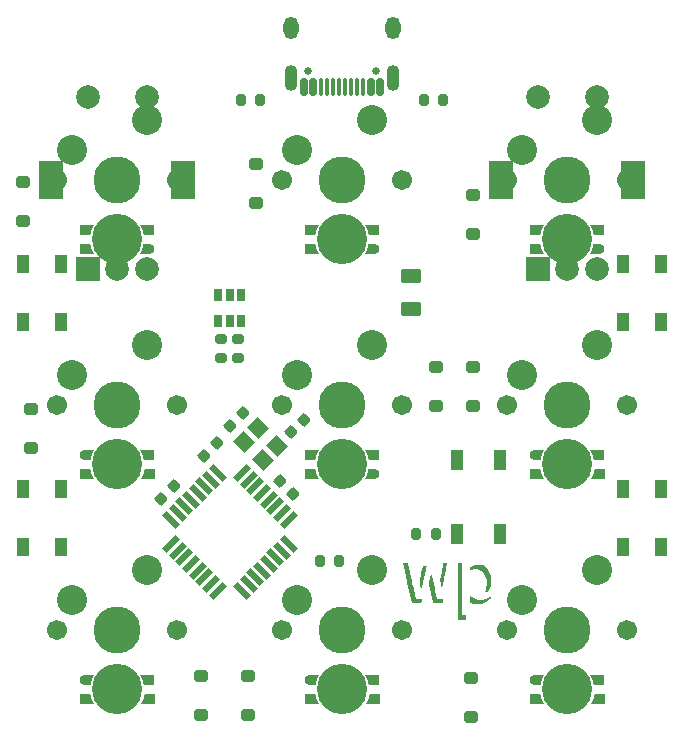
<source format=gbr>
%TF.GenerationSoftware,KiCad,Pcbnew,(5.99.0-11539-gc946070005)*%
%TF.CreationDate,2021-09-05T12:57:38-05:00*%
%TF.ProjectId,QS-09,51532d30-392e-46b6-9963-61645f706362,rev?*%
%TF.SameCoordinates,Original*%
%TF.FileFunction,Soldermask,Bot*%
%TF.FilePolarity,Negative*%
%FSLAX46Y46*%
G04 Gerber Fmt 4.6, Leading zero omitted, Abs format (unit mm)*
G04 Created by KiCad (PCBNEW (5.99.0-11539-gc946070005)) date 2021-09-05 12:57:38*
%MOMM*%
%LPD*%
G01*
G04 APERTURE LIST*
G04 Aperture macros list*
%AMRoundRect*
0 Rectangle with rounded corners*
0 $1 Rounding radius*
0 $2 $3 $4 $5 $6 $7 $8 $9 X,Y pos of 4 corners*
0 Add a 4 corners polygon primitive as box body*
4,1,4,$2,$3,$4,$5,$6,$7,$8,$9,$2,$3,0*
0 Add four circle primitives for the rounded corners*
1,1,$1+$1,$2,$3*
1,1,$1+$1,$4,$5*
1,1,$1+$1,$6,$7*
1,1,$1+$1,$8,$9*
0 Add four rect primitives between the rounded corners*
20,1,$1+$1,$2,$3,$4,$5,0*
20,1,$1+$1,$4,$5,$6,$7,0*
20,1,$1+$1,$6,$7,$8,$9,0*
20,1,$1+$1,$8,$9,$2,$3,0*%
%AMRotRect*
0 Rectangle, with rotation*
0 The origin of the aperture is its center*
0 $1 length*
0 $2 width*
0 $3 Rotation angle, in degrees counterclockwise*
0 Add horizontal line*
21,1,$1,$2,0,0,$3*%
%AMFreePoly0*
4,1,36,0.525059,0.400000,0.532183,0.397025,0.539142,0.394142,0.539154,0.394113,0.539183,0.394101,0.542091,0.387023,0.545000,0.380000,0.545000,-0.380000,0.539142,-0.394142,0.525000,-0.400000,-0.650000,-0.400000,-0.655218,-0.397839,-0.660781,-0.396846,-0.662067,-0.395002,-0.664142,-0.394142,-0.666303,-0.388925,-0.669535,-0.384289,-0.669140,-0.382076,-0.670000,-0.380000,-0.667839,-0.374782,
-0.666846,-0.369219,-0.665002,-0.367934,-0.664142,-0.365858,-0.661455,-0.364745,-0.562939,-0.193455,-0.478288,-0.007538,-0.411594,0.185550,-0.364702,0.378926,-0.365041,0.380578,-0.365871,0.382599,-0.365592,0.383267,-0.365853,0.384541,-0.363693,0.387815,-0.359972,0.396724,-0.345813,0.402541,0.525059,0.400000,0.525059,0.400000,$1*%
%AMFreePoly1*
4,1,36,0.539142,0.394142,0.545000,0.380000,0.545000,-0.380000,0.542091,-0.387023,0.539183,-0.394101,0.539154,-0.394113,0.539142,-0.394142,0.532183,-0.397025,0.525059,-0.400000,-0.345813,-0.402541,-0.359972,-0.396724,-0.363693,-0.387815,-0.365853,-0.384541,-0.365592,-0.383267,-0.365871,-0.382599,-0.365041,-0.380578,-0.364702,-0.378926,-0.411594,-0.185550,-0.478288,0.007538,-0.562939,0.193455,
-0.661455,0.364745,-0.664142,0.365858,-0.665002,0.367934,-0.666846,0.369219,-0.667839,0.374782,-0.670000,0.380000,-0.669140,0.382076,-0.669535,0.384289,-0.666303,0.388925,-0.664142,0.394142,-0.662067,0.395002,-0.660781,0.396846,-0.655218,0.397839,-0.650000,0.400000,0.525000,0.400000,0.539142,0.394142,0.539142,0.394142,$1*%
%AMFreePoly2*
4,1,41,0.319736,0.407785,0.429772,0.357533,0.521194,0.278316,0.586594,0.176551,0.620674,0.060484,0.620674,-0.060484,0.586594,-0.176551,0.521194,-0.278316,0.429772,-0.357533,0.319736,-0.407785,0.200000,-0.425000,0.199999,-0.425000,-0.575001,-0.424979,-0.584339,-0.421111,-0.588682,-0.420441,-0.589869,-0.418820,-0.592678,-0.417657,-0.595222,-0.411514,-0.599990,-0.405006,-0.599427,-0.401360,
-0.600000,-0.399978,-0.598748,-0.396955,-0.597072,-0.386095,-0.593020,-0.383126,-0.592678,-0.382301,-0.592093,-0.382059,-0.493230,-0.200803,-0.409227,-0.005605,-0.343701,0.196547,-0.298764,0.397015,-0.300000,0.400000,-0.299129,0.402104,-0.299623,0.404329,-0.295567,0.410704,-0.292678,0.417678,-0.290574,0.418549,-0.289351,0.420472,-0.281976,0.422110,-0.275000,0.425000,0.200000,0.425000,
0.319736,0.407785,0.319736,0.407785,$1*%
G04 Aperture macros list end*
%ADD10C,0.120000*%
%ADD11C,0.010000*%
%ADD12RotRect,1.600000X0.550000X135.000000*%
%ADD13RotRect,1.600000X0.550000X225.000000*%
%ADD14R,1.100000X1.800000*%
%ADD15RoundRect,0.200000X-0.200000X-0.275000X0.200000X-0.275000X0.200000X0.275000X-0.200000X0.275000X0*%
%ADD16R,2.000000X2.000000*%
%ADD17C,2.000000*%
%ADD18R,2.000000X3.200000*%
%ADD19RoundRect,0.225000X-0.017678X0.335876X-0.335876X0.017678X0.017678X-0.335876X0.335876X-0.017678X0*%
%ADD20C,1.701800*%
%ADD21C,3.987800*%
%ADD22C,2.540000*%
%ADD23RoundRect,0.250000X0.350000X-0.250000X0.350000X0.250000X-0.350000X0.250000X-0.350000X-0.250000X0*%
%ADD24R,1.000000X1.500000*%
%ADD25C,4.250000*%
%ADD26FreePoly0,0.000000*%
%ADD27FreePoly1,0.000000*%
%ADD28FreePoly2,180.000000*%
%ADD29FreePoly1,180.000000*%
%ADD30RoundRect,0.200000X-0.275000X0.200000X-0.275000X-0.200000X0.275000X-0.200000X0.275000X0.200000X0*%
%ADD31FreePoly0,180.000000*%
%ADD32FreePoly2,0.000000*%
%ADD33C,0.650000*%
%ADD34RoundRect,0.150000X-0.150000X-0.575000X0.150000X-0.575000X0.150000X0.575000X-0.150000X0.575000X0*%
%ADD35RoundRect,0.075000X-0.075000X-0.650000X0.075000X-0.650000X0.075000X0.650000X-0.075000X0.650000X0*%
%ADD36O,1.100000X2.200000*%
%ADD37O,1.300000X1.900000*%
%ADD38RoundRect,0.200000X0.275000X-0.200000X0.275000X0.200000X-0.275000X0.200000X-0.275000X-0.200000X0*%
%ADD39RoundRect,0.200000X0.200000X0.275000X-0.200000X0.275000X-0.200000X-0.275000X0.200000X-0.275000X0*%
%ADD40R,0.650000X1.060000*%
%ADD41RoundRect,0.225000X-0.335876X-0.017678X-0.017678X-0.335876X0.335876X0.017678X0.017678X0.335876X0*%
%ADD42RoundRect,0.225000X0.017678X-0.335876X0.335876X-0.017678X-0.017678X0.335876X-0.335876X0.017678X0*%
%ADD43RotRect,1.400000X1.200000X315.000000*%
%ADD44RoundRect,0.250000X-0.625000X0.375000X-0.625000X-0.375000X0.625000X-0.375000X0.625000X0.375000X0*%
G04 APERTURE END LIST*
D10*
%TO.C,SW3*%
X114966750Y-22860000D02*
G75*
G03*
X114966750Y-22860000I-508000J0D01*
G01*
%TO.C,SW10*%
X114966750Y-60960000D02*
G75*
G03*
X114966750Y-60960000I-508000J0D01*
G01*
D11*
%TO.C,Ref\u002A\u002A*%
X129087000Y-61081504D02*
X129187542Y-61124972D01*
X129187542Y-61124972D02*
X129383249Y-61188538D01*
X129383249Y-61188538D02*
X129597828Y-61220566D01*
X129597828Y-61220566D02*
X129820972Y-61220189D01*
X129820972Y-61220189D02*
X130007750Y-61194137D01*
X130007750Y-61194137D02*
X130202513Y-61135709D01*
X130202513Y-61135709D02*
X130392772Y-61044735D01*
X130392772Y-61044735D02*
X130564639Y-60928568D01*
X130564639Y-60928568D02*
X130647546Y-60855376D01*
X130647546Y-60855376D02*
X130707171Y-60795016D01*
X130707171Y-60795016D02*
X130751796Y-60746172D01*
X130751796Y-60746172D02*
X130775206Y-60715841D01*
X130775206Y-60715841D02*
X130776920Y-60709698D01*
X130776920Y-60709698D02*
X130755194Y-60714458D01*
X130755194Y-60714458D02*
X130705523Y-60735389D01*
X130705523Y-60735389D02*
X130637167Y-60768455D01*
X130637167Y-60768455D02*
X130609832Y-60782518D01*
X130609832Y-60782518D02*
X130384672Y-60877949D01*
X130384672Y-60877949D02*
X130156418Y-60931568D01*
X130156418Y-60931568D02*
X129927584Y-60943524D01*
X129927584Y-60943524D02*
X129700685Y-60913966D01*
X129700685Y-60913966D02*
X129478235Y-60843041D01*
X129478235Y-60843041D02*
X129262746Y-60730900D01*
X129262746Y-60730900D02*
X129215588Y-60700078D01*
X129215588Y-60700078D02*
X129087000Y-60612756D01*
X129087000Y-60612756D02*
X129087000Y-61081504D01*
X129087000Y-61081504D02*
X129087000Y-61081504D01*
G36*
X129215588Y-60700078D02*
G01*
X129262746Y-60730900D01*
X129478235Y-60843041D01*
X129700685Y-60913966D01*
X129927584Y-60943524D01*
X130156418Y-60931568D01*
X130384672Y-60877949D01*
X130609832Y-60782518D01*
X130637167Y-60768455D01*
X130705523Y-60735389D01*
X130755194Y-60714458D01*
X130776920Y-60709698D01*
X130775206Y-60715841D01*
X130751796Y-60746172D01*
X130707171Y-60795016D01*
X130647546Y-60855376D01*
X130564639Y-60928568D01*
X130392772Y-61044735D01*
X130202513Y-61135709D01*
X130007750Y-61194137D01*
X129820972Y-61220189D01*
X129597828Y-61220566D01*
X129383249Y-61188538D01*
X129187542Y-61124972D01*
X129087000Y-61081504D01*
X129087000Y-60612756D01*
X129215588Y-60700078D01*
G37*
X129215588Y-60700078D02*
X129262746Y-60730900D01*
X129478235Y-60843041D01*
X129700685Y-60913966D01*
X129927584Y-60943524D01*
X130156418Y-60931568D01*
X130384672Y-60877949D01*
X130609832Y-60782518D01*
X130637167Y-60768455D01*
X130705523Y-60735389D01*
X130755194Y-60714458D01*
X130776920Y-60709698D01*
X130775206Y-60715841D01*
X130751796Y-60746172D01*
X130707171Y-60795016D01*
X130647546Y-60855376D01*
X130564639Y-60928568D01*
X130392772Y-61044735D01*
X130202513Y-61135709D01*
X130007750Y-61194137D01*
X129820972Y-61220189D01*
X129597828Y-61220566D01*
X129383249Y-61188538D01*
X129187542Y-61124972D01*
X129087000Y-61081504D01*
X129087000Y-60612756D01*
X129215588Y-60700078D01*
X123537563Y-57842668D02*
X123487962Y-57847431D01*
X123487962Y-57847431D02*
X123463981Y-57857672D01*
X123463981Y-57857672D02*
X123457281Y-57875278D01*
X123457281Y-57875278D02*
X123457249Y-57878542D01*
X123457249Y-57878542D02*
X123461690Y-57904674D01*
X123461690Y-57904674D02*
X123474373Y-57968950D01*
X123474373Y-57968950D02*
X123494616Y-58068131D01*
X123494616Y-58068131D02*
X123521740Y-58198978D01*
X123521740Y-58198978D02*
X123555063Y-58358252D01*
X123555063Y-58358252D02*
X123593906Y-58542714D01*
X123593906Y-58542714D02*
X123637588Y-58749126D01*
X123637588Y-58749126D02*
X123685428Y-58974247D01*
X123685428Y-58974247D02*
X123736746Y-59214840D01*
X123736746Y-59214840D02*
X123790861Y-59467666D01*
X123790861Y-59467666D02*
X123802998Y-59524250D01*
X123802998Y-59524250D02*
X124148165Y-61132917D01*
X124148165Y-61132917D02*
X124519065Y-61138684D01*
X124519065Y-61138684D02*
X124889965Y-61144452D01*
X124889965Y-61144452D02*
X124914149Y-61024029D01*
X124914149Y-61024029D02*
X124927274Y-60955836D01*
X124927274Y-60955836D02*
X124936057Y-60904757D01*
X124936057Y-60904757D02*
X124938333Y-60885970D01*
X124938333Y-60885970D02*
X124918539Y-60879130D01*
X124918539Y-60879130D02*
X124864636Y-60873527D01*
X124864636Y-60873527D02*
X124784842Y-60869736D01*
X124784842Y-60869736D02*
X124687378Y-60868333D01*
X124687378Y-60868333D02*
X124686802Y-60868333D01*
X124686802Y-60868333D02*
X124578961Y-60867691D01*
X124578961Y-60867691D02*
X124506239Y-60865078D01*
X124506239Y-60865078D02*
X124461434Y-60859462D01*
X124461434Y-60859462D02*
X124437341Y-60849809D01*
X124437341Y-60849809D02*
X124426757Y-60835090D01*
X124426757Y-60835090D02*
X124425481Y-60830896D01*
X124425481Y-60830896D02*
X124419538Y-60804447D01*
X124419538Y-60804447D02*
X124405497Y-60739988D01*
X124405497Y-60739988D02*
X124384087Y-60640915D01*
X124384087Y-60640915D02*
X124356036Y-60510622D01*
X124356036Y-60510622D02*
X124322073Y-60352503D01*
X124322073Y-60352503D02*
X124282927Y-60169951D01*
X124282927Y-60169951D02*
X124239325Y-59966363D01*
X124239325Y-59966363D02*
X124191997Y-59745130D01*
X124191997Y-59745130D02*
X124141670Y-59509649D01*
X124141670Y-59509649D02*
X124100636Y-59317480D01*
X124100636Y-59317480D02*
X123785580Y-57841500D01*
X123785580Y-57841500D02*
X123621124Y-57841500D01*
X123621124Y-57841500D02*
X123537563Y-57842668D01*
X123537563Y-57842668D02*
X123537563Y-57842668D01*
G36*
X124100636Y-59317480D02*
G01*
X124141670Y-59509649D01*
X124191997Y-59745130D01*
X124239325Y-59966363D01*
X124282927Y-60169951D01*
X124322073Y-60352503D01*
X124356036Y-60510622D01*
X124384087Y-60640915D01*
X124405497Y-60739988D01*
X124419538Y-60804447D01*
X124425481Y-60830896D01*
X124426757Y-60835090D01*
X124437341Y-60849809D01*
X124461434Y-60859462D01*
X124506239Y-60865078D01*
X124578961Y-60867691D01*
X124686802Y-60868333D01*
X124687378Y-60868333D01*
X124784842Y-60869736D01*
X124864636Y-60873527D01*
X124918539Y-60879130D01*
X124938333Y-60885970D01*
X124936057Y-60904757D01*
X124927274Y-60955836D01*
X124914149Y-61024029D01*
X124889965Y-61144452D01*
X124519065Y-61138684D01*
X124148165Y-61132917D01*
X123802998Y-59524250D01*
X123790861Y-59467666D01*
X123736746Y-59214840D01*
X123685428Y-58974247D01*
X123637588Y-58749126D01*
X123593906Y-58542714D01*
X123555063Y-58358252D01*
X123521740Y-58198978D01*
X123494616Y-58068131D01*
X123474373Y-57968950D01*
X123461690Y-57904674D01*
X123457249Y-57878542D01*
X123457281Y-57875278D01*
X123463981Y-57857672D01*
X123487962Y-57847431D01*
X123537563Y-57842668D01*
X123621124Y-57841500D01*
X123785580Y-57841500D01*
X124100636Y-59317480D01*
G37*
X124100636Y-59317480D02*
X124141670Y-59509649D01*
X124191997Y-59745130D01*
X124239325Y-59966363D01*
X124282927Y-60169951D01*
X124322073Y-60352503D01*
X124356036Y-60510622D01*
X124384087Y-60640915D01*
X124405497Y-60739988D01*
X124419538Y-60804447D01*
X124425481Y-60830896D01*
X124426757Y-60835090D01*
X124437341Y-60849809D01*
X124461434Y-60859462D01*
X124506239Y-60865078D01*
X124578961Y-60867691D01*
X124686802Y-60868333D01*
X124687378Y-60868333D01*
X124784842Y-60869736D01*
X124864636Y-60873527D01*
X124918539Y-60879130D01*
X124938333Y-60885970D01*
X124936057Y-60904757D01*
X124927274Y-60955836D01*
X124914149Y-61024029D01*
X124889965Y-61144452D01*
X124519065Y-61138684D01*
X124148165Y-61132917D01*
X123802998Y-59524250D01*
X123790861Y-59467666D01*
X123736746Y-59214840D01*
X123685428Y-58974247D01*
X123637588Y-58749126D01*
X123593906Y-58542714D01*
X123555063Y-58358252D01*
X123521740Y-58198978D01*
X123494616Y-58068131D01*
X123474373Y-57968950D01*
X123461690Y-57904674D01*
X123457249Y-57878542D01*
X123457281Y-57875278D01*
X123463981Y-57857672D01*
X123487962Y-57847431D01*
X123537563Y-57842668D01*
X123621124Y-57841500D01*
X123785580Y-57841500D01*
X124100636Y-59317480D01*
X125230450Y-58057352D02*
X125120399Y-58063750D01*
X125120399Y-58063750D02*
X124973758Y-58698750D01*
X124973758Y-58698750D02*
X124827118Y-59333750D01*
X124827118Y-59333750D02*
X124865214Y-59577167D01*
X124865214Y-59577167D02*
X124881706Y-59675022D01*
X124881706Y-59675022D02*
X124897850Y-59757756D01*
X124897850Y-59757756D02*
X124911715Y-59816207D01*
X124911715Y-59816207D02*
X124920822Y-59840692D01*
X124920822Y-59840692D02*
X124936658Y-59847971D01*
X124936658Y-59847971D02*
X124938333Y-59841646D01*
X124938333Y-59841646D02*
X124942945Y-59817562D01*
X124942945Y-59817562D02*
X124956123Y-59756605D01*
X124956123Y-59756605D02*
X124976882Y-59663145D01*
X124976882Y-59663145D02*
X125004236Y-59541551D01*
X125004236Y-59541551D02*
X125037200Y-59396194D01*
X125037200Y-59396194D02*
X125074790Y-59231441D01*
X125074790Y-59231441D02*
X125116018Y-59051662D01*
X125116018Y-59051662D02*
X125139417Y-58950007D01*
X125139417Y-58950007D02*
X125182170Y-58764202D01*
X125182170Y-58764202D02*
X125221819Y-58591294D01*
X125221819Y-58591294D02*
X125257383Y-58435616D01*
X125257383Y-58435616D02*
X125287878Y-58301499D01*
X125287878Y-58301499D02*
X125312319Y-58193273D01*
X125312319Y-58193273D02*
X125329725Y-58115270D01*
X125329725Y-58115270D02*
X125339112Y-58071821D01*
X125339112Y-58071821D02*
X125340500Y-58064238D01*
X125340500Y-58064238D02*
X125321470Y-58057900D01*
X125321470Y-58057900D02*
X125272619Y-58055920D01*
X125272619Y-58055920D02*
X125230450Y-58057352D01*
X125230450Y-58057352D02*
X125230450Y-58057352D01*
G36*
X125321470Y-58057900D02*
G01*
X125340500Y-58064238D01*
X125339112Y-58071821D01*
X125329725Y-58115270D01*
X125312319Y-58193273D01*
X125287878Y-58301499D01*
X125257383Y-58435616D01*
X125221819Y-58591294D01*
X125182170Y-58764202D01*
X125139417Y-58950007D01*
X125116018Y-59051662D01*
X125074790Y-59231441D01*
X125037200Y-59396194D01*
X125004236Y-59541551D01*
X124976882Y-59663145D01*
X124956123Y-59756605D01*
X124942945Y-59817562D01*
X124938333Y-59841646D01*
X124936658Y-59847971D01*
X124920822Y-59840692D01*
X124911715Y-59816207D01*
X124897850Y-59757756D01*
X124881706Y-59675022D01*
X124865214Y-59577167D01*
X124827118Y-59333750D01*
X124973758Y-58698750D01*
X125120399Y-58063750D01*
X125230450Y-58057352D01*
X125272619Y-58055920D01*
X125321470Y-58057900D01*
G37*
X125321470Y-58057900D02*
X125340500Y-58064238D01*
X125339112Y-58071821D01*
X125329725Y-58115270D01*
X125312319Y-58193273D01*
X125287878Y-58301499D01*
X125257383Y-58435616D01*
X125221819Y-58591294D01*
X125182170Y-58764202D01*
X125139417Y-58950007D01*
X125116018Y-59051662D01*
X125074790Y-59231441D01*
X125037200Y-59396194D01*
X125004236Y-59541551D01*
X124976882Y-59663145D01*
X124956123Y-59756605D01*
X124942945Y-59817562D01*
X124938333Y-59841646D01*
X124936658Y-59847971D01*
X124920822Y-59840692D01*
X124911715Y-59816207D01*
X124897850Y-59757756D01*
X124881706Y-59675022D01*
X124865214Y-59577167D01*
X124827118Y-59333750D01*
X124973758Y-58698750D01*
X125120399Y-58063750D01*
X125230450Y-58057352D01*
X125272619Y-58055920D01*
X125321470Y-58057900D01*
X126885368Y-57846513D02*
X126843868Y-57860618D01*
X126843868Y-57860618D02*
X126838098Y-57867958D01*
X126838098Y-57867958D02*
X126831665Y-57894351D01*
X126831665Y-57894351D02*
X126817860Y-57957213D01*
X126817860Y-57957213D02*
X126797739Y-58051527D01*
X126797739Y-58051527D02*
X126772357Y-58172277D01*
X126772357Y-58172277D02*
X126742772Y-58314445D01*
X126742772Y-58314445D02*
X126710038Y-58473015D01*
X126710038Y-58473015D02*
X126684742Y-58596345D01*
X126684742Y-58596345D02*
X126541151Y-59298273D01*
X126541151Y-59298273D02*
X126604633Y-59548845D01*
X126604633Y-59548845D02*
X126632530Y-59654698D01*
X126632530Y-59654698D02*
X126653182Y-59722312D01*
X126653182Y-59722312D02*
X126667840Y-59754921D01*
X126667840Y-59754921D02*
X126677754Y-59755760D01*
X126677754Y-59755760D02*
X126681033Y-59746500D01*
X126681033Y-59746500D02*
X126688459Y-59712514D01*
X126688459Y-59712514D02*
X126703005Y-59642857D01*
X126703005Y-59642857D02*
X126723477Y-59543365D01*
X126723477Y-59543365D02*
X126748680Y-59419874D01*
X126748680Y-59419874D02*
X126777418Y-59278222D01*
X126777418Y-59278222D02*
X126808498Y-59124245D01*
X126808498Y-59124245D02*
X126813193Y-59100917D01*
X126813193Y-59100917D02*
X126848458Y-58926123D01*
X126848458Y-58926123D02*
X126885148Y-58745114D01*
X126885148Y-58745114D02*
X126921239Y-58567815D01*
X126921239Y-58567815D02*
X126954708Y-58404154D01*
X126954708Y-58404154D02*
X126983529Y-58264057D01*
X126983529Y-58264057D02*
X127002034Y-58174875D01*
X127002034Y-58174875D02*
X127071633Y-57841500D01*
X127071633Y-57841500D02*
X126959748Y-57841500D01*
X126959748Y-57841500D02*
X126885368Y-57846513D01*
X126885368Y-57846513D02*
X126885368Y-57846513D01*
G36*
X127002034Y-58174875D02*
G01*
X126983529Y-58264057D01*
X126954708Y-58404154D01*
X126921239Y-58567815D01*
X126885148Y-58745114D01*
X126848458Y-58926123D01*
X126813193Y-59100917D01*
X126808498Y-59124245D01*
X126777418Y-59278222D01*
X126748680Y-59419874D01*
X126723477Y-59543365D01*
X126703005Y-59642857D01*
X126688459Y-59712514D01*
X126681033Y-59746500D01*
X126677754Y-59755760D01*
X126667840Y-59754921D01*
X126653182Y-59722312D01*
X126632530Y-59654698D01*
X126604633Y-59548845D01*
X126541151Y-59298273D01*
X126684742Y-58596345D01*
X126710038Y-58473015D01*
X126742772Y-58314445D01*
X126772357Y-58172277D01*
X126797739Y-58051527D01*
X126817860Y-57957213D01*
X126831665Y-57894351D01*
X126838098Y-57867958D01*
X126843868Y-57860618D01*
X126885368Y-57846513D01*
X126959748Y-57841500D01*
X127071633Y-57841500D01*
X127002034Y-58174875D01*
G37*
X127002034Y-58174875D02*
X126983529Y-58264057D01*
X126954708Y-58404154D01*
X126921239Y-58567815D01*
X126885148Y-58745114D01*
X126848458Y-58926123D01*
X126813193Y-59100917D01*
X126808498Y-59124245D01*
X126777418Y-59278222D01*
X126748680Y-59419874D01*
X126723477Y-59543365D01*
X126703005Y-59642857D01*
X126688459Y-59712514D01*
X126681033Y-59746500D01*
X126677754Y-59755760D01*
X126667840Y-59754921D01*
X126653182Y-59722312D01*
X126632530Y-59654698D01*
X126604633Y-59548845D01*
X126541151Y-59298273D01*
X126684742Y-58596345D01*
X126710038Y-58473015D01*
X126742772Y-58314445D01*
X126772357Y-58172277D01*
X126797739Y-58051527D01*
X126817860Y-57957213D01*
X126831665Y-57894351D01*
X126838098Y-57867958D01*
X126843868Y-57860618D01*
X126885368Y-57846513D01*
X126959748Y-57841500D01*
X127071633Y-57841500D01*
X127002034Y-58174875D01*
X125766974Y-58811288D02*
X125756168Y-58853423D01*
X125756168Y-58853423D02*
X125752925Y-58871212D01*
X125752925Y-58871212D02*
X125743138Y-58921039D01*
X125743138Y-58921039D02*
X125725586Y-59002121D01*
X125725586Y-59002121D02*
X125702473Y-59104572D01*
X125702473Y-59104572D02*
X125676007Y-59218505D01*
X125676007Y-59218505D02*
X125666263Y-59259667D01*
X125666263Y-59259667D02*
X125593240Y-59566583D01*
X125593240Y-59566583D02*
X125760825Y-60286250D01*
X125760825Y-60286250D02*
X125800672Y-60457533D01*
X125800672Y-60457533D02*
X125837975Y-60618197D01*
X125837975Y-60618197D02*
X125871513Y-60762958D01*
X125871513Y-60762958D02*
X125900064Y-60886532D01*
X125900064Y-60886532D02*
X125922407Y-60983634D01*
X125922407Y-60983634D02*
X125937321Y-61048980D01*
X125937321Y-61048980D02*
X125943054Y-61074708D01*
X125943054Y-61074708D02*
X125957697Y-61143500D01*
X125957697Y-61143500D02*
X126326029Y-61143500D01*
X126326029Y-61143500D02*
X126458833Y-61143346D01*
X126458833Y-61143346D02*
X126555337Y-61142378D01*
X126555337Y-61142378D02*
X126621573Y-61139839D01*
X126621573Y-61139839D02*
X126663574Y-61134971D01*
X126663574Y-61134971D02*
X126687374Y-61127016D01*
X126687374Y-61127016D02*
X126699005Y-61115216D01*
X126699005Y-61115216D02*
X126704500Y-61098814D01*
X126704500Y-61098814D02*
X126705176Y-61095875D01*
X126705176Y-61095875D02*
X126716509Y-61044595D01*
X126716509Y-61044595D02*
X126731170Y-60976625D01*
X126731170Y-60976625D02*
X126734937Y-60958924D01*
X126734937Y-60958924D02*
X126753883Y-60869598D01*
X126753883Y-60869598D02*
X126240337Y-60857750D01*
X126240337Y-60857750D02*
X126054969Y-60064000D01*
X126054969Y-60064000D02*
X126011329Y-59875795D01*
X126011329Y-59875795D02*
X125969038Y-59690897D01*
X125969038Y-59690897D02*
X125929504Y-59515647D01*
X125929504Y-59515647D02*
X125894135Y-59356384D01*
X125894135Y-59356384D02*
X125864339Y-59219447D01*
X125864339Y-59219447D02*
X125841525Y-59111177D01*
X125841525Y-59111177D02*
X125827339Y-59039219D01*
X125827339Y-59039219D02*
X125809558Y-58945526D01*
X125809558Y-58945526D02*
X125793696Y-58868335D01*
X125793696Y-58868335D02*
X125781648Y-58816483D01*
X125781648Y-58816483D02*
X125775820Y-58798931D01*
X125775820Y-58798931D02*
X125766974Y-58811288D01*
X125766974Y-58811288D02*
X125766974Y-58811288D01*
G36*
X125781648Y-58816483D02*
G01*
X125793696Y-58868335D01*
X125809558Y-58945526D01*
X125827339Y-59039219D01*
X125841525Y-59111177D01*
X125864339Y-59219447D01*
X125894135Y-59356384D01*
X125929504Y-59515647D01*
X125969038Y-59690897D01*
X126011329Y-59875795D01*
X126054969Y-60064000D01*
X126240337Y-60857750D01*
X126753883Y-60869598D01*
X126734937Y-60958924D01*
X126731170Y-60976625D01*
X126716509Y-61044595D01*
X126705176Y-61095875D01*
X126704500Y-61098814D01*
X126699005Y-61115216D01*
X126687374Y-61127016D01*
X126663574Y-61134971D01*
X126621573Y-61139839D01*
X126555337Y-61142378D01*
X126458833Y-61143346D01*
X126326029Y-61143500D01*
X125957697Y-61143500D01*
X125943054Y-61074708D01*
X125937321Y-61048980D01*
X125922407Y-60983634D01*
X125900064Y-60886532D01*
X125871513Y-60762958D01*
X125837975Y-60618197D01*
X125800672Y-60457533D01*
X125760825Y-60286250D01*
X125593240Y-59566583D01*
X125666263Y-59259667D01*
X125676007Y-59218505D01*
X125702473Y-59104572D01*
X125725586Y-59002121D01*
X125743138Y-58921039D01*
X125752925Y-58871212D01*
X125756168Y-58853423D01*
X125766974Y-58811288D01*
X125775820Y-58798931D01*
X125781648Y-58816483D01*
G37*
X125781648Y-58816483D02*
X125793696Y-58868335D01*
X125809558Y-58945526D01*
X125827339Y-59039219D01*
X125841525Y-59111177D01*
X125864339Y-59219447D01*
X125894135Y-59356384D01*
X125929504Y-59515647D01*
X125969038Y-59690897D01*
X126011329Y-59875795D01*
X126054969Y-60064000D01*
X126240337Y-60857750D01*
X126753883Y-60869598D01*
X126734937Y-60958924D01*
X126731170Y-60976625D01*
X126716509Y-61044595D01*
X126705176Y-61095875D01*
X126704500Y-61098814D01*
X126699005Y-61115216D01*
X126687374Y-61127016D01*
X126663574Y-61134971D01*
X126621573Y-61139839D01*
X126555337Y-61142378D01*
X126458833Y-61143346D01*
X126326029Y-61143500D01*
X125957697Y-61143500D01*
X125943054Y-61074708D01*
X125937321Y-61048980D01*
X125922407Y-60983634D01*
X125900064Y-60886532D01*
X125871513Y-60762958D01*
X125837975Y-60618197D01*
X125800672Y-60457533D01*
X125760825Y-60286250D01*
X125593240Y-59566583D01*
X125666263Y-59259667D01*
X125676007Y-59218505D01*
X125702473Y-59104572D01*
X125725586Y-59002121D01*
X125743138Y-58921039D01*
X125752925Y-58871212D01*
X125756168Y-58853423D01*
X125766974Y-58811288D01*
X125775820Y-58798931D01*
X125781648Y-58816483D01*
X128071000Y-62540500D02*
X128642500Y-62540500D01*
X128642500Y-62540500D02*
X128642500Y-62244167D01*
X128642500Y-62244167D02*
X128367333Y-62244167D01*
X128367333Y-62244167D02*
X128367333Y-57841500D01*
X128367333Y-57841500D02*
X128071000Y-57841500D01*
X128071000Y-57841500D02*
X128071000Y-62540500D01*
X128071000Y-62540500D02*
X128071000Y-62540500D01*
G36*
X128367333Y-62244167D02*
G01*
X128642500Y-62244167D01*
X128642500Y-62540500D01*
X128071000Y-62540500D01*
X128071000Y-57841500D01*
X128367333Y-57841500D01*
X128367333Y-62244167D01*
G37*
X128367333Y-62244167D02*
X128642500Y-62244167D01*
X128642500Y-62540500D01*
X128071000Y-62540500D01*
X128071000Y-57841500D01*
X128367333Y-57841500D01*
X128367333Y-62244167D01*
X129505375Y-58002321D02*
X129300826Y-58075424D01*
X129300826Y-58075424D02*
X129231827Y-58109306D01*
X129231827Y-58109306D02*
X129158518Y-58149108D01*
X129158518Y-58149108D02*
X129115284Y-58178344D01*
X129115284Y-58178344D02*
X129094235Y-58205175D01*
X129094235Y-58205175D02*
X129087482Y-58237765D01*
X129087482Y-58237765D02*
X129087000Y-58259136D01*
X129087000Y-58259136D02*
X129090364Y-58307496D01*
X129090364Y-58307496D02*
X129104195Y-58322725D01*
X129104195Y-58322725D02*
X129124042Y-58318083D01*
X129124042Y-58318083D02*
X129162130Y-58306740D01*
X129162130Y-58306740D02*
X129228298Y-58290506D01*
X129228298Y-58290506D02*
X129309087Y-58272658D01*
X129309087Y-58272658D02*
X129319479Y-58270490D01*
X129319479Y-58270490D02*
X129509769Y-58250714D01*
X129509769Y-58250714D02*
X129690995Y-58269793D01*
X129690995Y-58269793D02*
X129860699Y-58324769D01*
X129860699Y-58324769D02*
X130016422Y-58412682D01*
X130016422Y-58412682D02*
X130155706Y-58530575D01*
X130155706Y-58530575D02*
X130276092Y-58675488D01*
X130276092Y-58675488D02*
X130375121Y-58844461D01*
X130375121Y-58844461D02*
X130450337Y-59034536D01*
X130450337Y-59034536D02*
X130499279Y-59242754D01*
X130499279Y-59242754D02*
X130519491Y-59466156D01*
X130519491Y-59466156D02*
X130508526Y-59701665D01*
X130508526Y-59701665D02*
X130478391Y-59891666D01*
X130478391Y-59891666D02*
X130433945Y-60069651D01*
X130433945Y-60069651D02*
X130389130Y-60196292D01*
X130389130Y-60196292D02*
X130382945Y-60224976D01*
X130382945Y-60224976D02*
X130400712Y-60229681D01*
X130400712Y-60229681D02*
X130446100Y-60209884D01*
X130446100Y-60209884D02*
X130496598Y-60180971D01*
X130496598Y-60180971D02*
X130579994Y-60107863D01*
X130579994Y-60107863D02*
X130651857Y-59997375D01*
X130651857Y-59997375D02*
X130710853Y-59853213D01*
X130710853Y-59853213D02*
X130755646Y-59679085D01*
X130755646Y-59679085D02*
X130784902Y-59478697D01*
X130784902Y-59478697D02*
X130794075Y-59354917D01*
X130794075Y-59354917D02*
X130795622Y-59131323D01*
X130795622Y-59131323D02*
X130774887Y-58934208D01*
X130774887Y-58934208D02*
X130730011Y-58752965D01*
X130730011Y-58752965D02*
X130659132Y-58576991D01*
X130659132Y-58576991D02*
X130656727Y-58571978D01*
X130656727Y-58571978D02*
X130544605Y-58381979D01*
X130544605Y-58381979D02*
X130409721Y-58226462D01*
X130409721Y-58226462D02*
X130255259Y-58106461D01*
X130255259Y-58106461D02*
X130084407Y-58023013D01*
X130084407Y-58023013D02*
X129900352Y-57977150D01*
X129900352Y-57977150D02*
X129706279Y-57969908D01*
X129706279Y-57969908D02*
X129505375Y-58002321D01*
X129505375Y-58002321D02*
X129505375Y-58002321D01*
G36*
X129900352Y-57977150D02*
G01*
X130084407Y-58023013D01*
X130255259Y-58106461D01*
X130409721Y-58226462D01*
X130544605Y-58381979D01*
X130656727Y-58571978D01*
X130659132Y-58576991D01*
X130730011Y-58752965D01*
X130774887Y-58934208D01*
X130795622Y-59131323D01*
X130794075Y-59354917D01*
X130784902Y-59478697D01*
X130755646Y-59679085D01*
X130710853Y-59853213D01*
X130651857Y-59997375D01*
X130579994Y-60107863D01*
X130496598Y-60180971D01*
X130446100Y-60209884D01*
X130400712Y-60229681D01*
X130382945Y-60224976D01*
X130389130Y-60196292D01*
X130433945Y-60069651D01*
X130478391Y-59891666D01*
X130508526Y-59701665D01*
X130519491Y-59466156D01*
X130499279Y-59242754D01*
X130450337Y-59034536D01*
X130375121Y-58844461D01*
X130276092Y-58675488D01*
X130155706Y-58530575D01*
X130016422Y-58412682D01*
X129860699Y-58324769D01*
X129690995Y-58269793D01*
X129509769Y-58250714D01*
X129319479Y-58270490D01*
X129309087Y-58272658D01*
X129228298Y-58290506D01*
X129162130Y-58306740D01*
X129124042Y-58318083D01*
X129104195Y-58322725D01*
X129090364Y-58307496D01*
X129087000Y-58259136D01*
X129087482Y-58237765D01*
X129094235Y-58205175D01*
X129115284Y-58178344D01*
X129158518Y-58149108D01*
X129231827Y-58109306D01*
X129300826Y-58075424D01*
X129505375Y-58002321D01*
X129706279Y-57969908D01*
X129900352Y-57977150D01*
G37*
X129900352Y-57977150D02*
X130084407Y-58023013D01*
X130255259Y-58106461D01*
X130409721Y-58226462D01*
X130544605Y-58381979D01*
X130656727Y-58571978D01*
X130659132Y-58576991D01*
X130730011Y-58752965D01*
X130774887Y-58934208D01*
X130795622Y-59131323D01*
X130794075Y-59354917D01*
X130784902Y-59478697D01*
X130755646Y-59679085D01*
X130710853Y-59853213D01*
X130651857Y-59997375D01*
X130579994Y-60107863D01*
X130496598Y-60180971D01*
X130446100Y-60209884D01*
X130400712Y-60229681D01*
X130382945Y-60224976D01*
X130389130Y-60196292D01*
X130433945Y-60069651D01*
X130478391Y-59891666D01*
X130508526Y-59701665D01*
X130519491Y-59466156D01*
X130499279Y-59242754D01*
X130450337Y-59034536D01*
X130375121Y-58844461D01*
X130276092Y-58675488D01*
X130155706Y-58530575D01*
X130016422Y-58412682D01*
X129860699Y-58324769D01*
X129690995Y-58269793D01*
X129509769Y-58250714D01*
X129319479Y-58270490D01*
X129309087Y-58272658D01*
X129228298Y-58290506D01*
X129162130Y-58306740D01*
X129124042Y-58318083D01*
X129104195Y-58322725D01*
X129090364Y-58307496D01*
X129087000Y-58259136D01*
X129087482Y-58237765D01*
X129094235Y-58205175D01*
X129115284Y-58178344D01*
X129158518Y-58149108D01*
X129231827Y-58109306D01*
X129300826Y-58075424D01*
X129505375Y-58002321D01*
X129706279Y-57969908D01*
X129900352Y-57977150D01*
D10*
%TO.C,SW6*%
X95916750Y-41910000D02*
G75*
G03*
X95916750Y-41910000I-508000J0D01*
G01*
%TO.C,SW7*%
X114966750Y-41910000D02*
G75*
G03*
X114966750Y-41910000I-508000J0D01*
G01*
%TO.C,SW11*%
X134016750Y-60960000D02*
G75*
G03*
X134016750Y-60960000I-508000J0D01*
G01*
%TO.C,SW4*%
X134016750Y-22860000D02*
G75*
G03*
X134016750Y-22860000I-508000J0D01*
G01*
%TO.C,SW8*%
X134016750Y-41910000D02*
G75*
G03*
X134016750Y-41910000I-508000J0D01*
G01*
%TO.C,SW9*%
X95916750Y-60960000D02*
G75*
G03*
X95916750Y-60960000I-508000J0D01*
G01*
%TO.C,SW2*%
X95916750Y-22860000D02*
G75*
G03*
X95916750Y-22860000I-508000J0D01*
G01*
%TD*%
D12*
%TO.C,U1*%
X107734695Y-50204897D03*
X107169010Y-50770583D03*
X106603324Y-51336268D03*
X106037639Y-51901953D03*
X105471953Y-52467639D03*
X104906268Y-53033324D03*
X104340583Y-53599010D03*
X103774897Y-54164695D03*
D13*
X103774897Y-56215305D03*
X104340583Y-56780990D03*
X104906268Y-57346676D03*
X105471953Y-57912361D03*
X106037639Y-58478047D03*
X106603324Y-59043732D03*
X107169010Y-59609417D03*
X107734695Y-60175103D03*
D12*
X109785305Y-60175103D03*
X110350990Y-59609417D03*
X110916676Y-59043732D03*
X111482361Y-58478047D03*
X112048047Y-57912361D03*
X112613732Y-57346676D03*
X113179417Y-56780990D03*
X113745103Y-56215305D03*
D13*
X113745103Y-54164695D03*
X113179417Y-53599010D03*
X112613732Y-53033324D03*
X112048047Y-52467639D03*
X111482361Y-51901953D03*
X110916676Y-51336268D03*
X110350990Y-50770583D03*
X109785305Y-50204897D03*
%TD*%
D14*
%TO.C,SW12*%
X127960000Y-49140000D03*
X127960000Y-55340000D03*
X131660000Y-49140000D03*
X131660000Y-55340000D03*
%TD*%
D15*
%TO.C,R6*%
X126205000Y-55340000D03*
X124555000Y-55340000D03*
%TD*%
%TO.C,R3*%
X116385000Y-57690000D03*
X118035000Y-57690000D03*
%TD*%
D16*
%TO.C,SW5*%
X134818750Y-32900000D03*
D17*
X139818750Y-32900000D03*
X137318750Y-32900000D03*
D18*
X142918750Y-25400000D03*
X131718750Y-25400000D03*
D17*
X139818750Y-18400000D03*
X134818750Y-18400000D03*
%TD*%
D16*
%TO.C,SW1*%
X96718750Y-32900000D03*
D17*
X101718750Y-32900000D03*
X99218750Y-32900000D03*
D18*
X93618750Y-25400000D03*
X104818750Y-25400000D03*
D17*
X101718750Y-18400000D03*
X96718750Y-18400000D03*
%TD*%
D19*
%TO.C,C5*%
X115018008Y-45671992D03*
X113921992Y-46768008D03*
%TD*%
D20*
%TO.C,SW3*%
X123348750Y-25400000D03*
D21*
X118268750Y-25400000D03*
D20*
X113188750Y-25400000D03*
D22*
X120808750Y-20320000D03*
X114458750Y-22860000D03*
%TD*%
D20*
%TO.C,SW10*%
X123348750Y-63500000D03*
X113188750Y-63500000D03*
D21*
X118268750Y-63500000D03*
D22*
X120808750Y-58420000D03*
X114458750Y-60960000D03*
%TD*%
D23*
%TO.C,D3*%
X129320000Y-29970000D03*
X129320000Y-26670000D03*
%TD*%
D24*
%TO.C,D21*%
X94468750Y-37375000D03*
X91268750Y-37375000D03*
X91268750Y-32475000D03*
X94468750Y-32475000D03*
%TD*%
%TO.C,D19*%
X142068750Y-51525000D03*
X145268750Y-51525000D03*
X145268750Y-56425000D03*
X142068750Y-56425000D03*
%TD*%
D25*
%TO.C,D17*%
X118268750Y-68500000D03*
D26*
X120935750Y-69300000D03*
D27*
X120910350Y-67700000D03*
D28*
X115703350Y-67700000D03*
D29*
X115627150Y-69300000D03*
%TD*%
D23*
%TO.C,D8*%
X110331250Y-70706250D03*
X110331250Y-67406250D03*
%TD*%
D24*
%TO.C,D20*%
X142068750Y-32475000D03*
X145268750Y-32475000D03*
X145268750Y-37375000D03*
X142068750Y-37375000D03*
%TD*%
D30*
%TO.C,R1*%
X107980000Y-38815000D03*
X107980000Y-40465000D03*
%TD*%
D25*
%TO.C,D15*%
X137318750Y-49450000D03*
D26*
X139985750Y-50250000D03*
D27*
X139960350Y-48650000D03*
D28*
X134753350Y-48650000D03*
D29*
X134677150Y-50250000D03*
%TD*%
D25*
%TO.C,D12*%
X137318750Y-30400000D03*
D31*
X134651750Y-29600000D03*
D29*
X134677150Y-31200000D03*
D32*
X139884150Y-31200000D03*
D27*
X139960350Y-29600000D03*
%TD*%
D21*
%TO.C,SW6*%
X99218750Y-44450000D03*
D20*
X104298750Y-44450000D03*
X94138750Y-44450000D03*
D22*
X101758750Y-39370000D03*
X95408750Y-41910000D03*
%TD*%
D23*
%TO.C,D2*%
X111000000Y-27300000D03*
X111000000Y-24000000D03*
%TD*%
D33*
%TO.C,J1*%
X115378750Y-16205250D03*
X121158750Y-16205250D03*
D34*
X115018750Y-17531250D03*
X115818750Y-17531250D03*
D35*
X117018750Y-17531250D03*
X118014750Y-17531250D03*
X118518750Y-17531250D03*
X119518750Y-17531250D03*
D34*
X121518750Y-17531250D03*
X120718750Y-17531250D03*
D35*
X120018750Y-17531250D03*
X119018750Y-17531250D03*
X117518750Y-17531250D03*
X116518750Y-17531250D03*
D36*
X113968750Y-16756250D03*
D37*
X122568750Y-12556250D03*
D36*
X122568750Y-16756250D03*
D37*
X113968750Y-12556250D03*
%TD*%
D25*
%TO.C,D10*%
X99218750Y-30400000D03*
D31*
X96551750Y-29600000D03*
D29*
X96577150Y-31200000D03*
D32*
X101784150Y-31200000D03*
D27*
X101860350Y-29600000D03*
%TD*%
D25*
%TO.C,D11*%
X118268750Y-30400000D03*
D31*
X115601750Y-29600000D03*
D29*
X115627150Y-31200000D03*
D32*
X120834150Y-31200000D03*
D27*
X120910350Y-29600000D03*
%TD*%
D38*
%TO.C,R2*%
X109480000Y-40465000D03*
X109480000Y-38815000D03*
%TD*%
D25*
%TO.C,D16*%
X99218750Y-68500000D03*
D26*
X101885750Y-69300000D03*
D27*
X101860350Y-67700000D03*
D28*
X96653350Y-67700000D03*
D29*
X96577150Y-69300000D03*
%TD*%
D23*
%TO.C,D7*%
X106362500Y-70706250D03*
X106362500Y-67406250D03*
%TD*%
D39*
%TO.C,R4*%
X111325000Y-18580770D03*
X109675000Y-18580770D03*
%TD*%
D20*
%TO.C,SW7*%
X123348750Y-44450000D03*
X113188750Y-44450000D03*
D21*
X118268750Y-44450000D03*
D22*
X120808750Y-39370000D03*
X114458750Y-41910000D03*
%TD*%
D19*
%TO.C,C4*%
X109878008Y-45111992D03*
X108781992Y-46208008D03*
%TD*%
D24*
%TO.C,D22*%
X94468750Y-56425000D03*
X91268750Y-56425000D03*
X91268750Y-51525000D03*
X94468750Y-51525000D03*
%TD*%
D23*
%TO.C,D9*%
X129140000Y-70895000D03*
X129140000Y-67595000D03*
%TD*%
%TO.C,D6*%
X129381250Y-44512500D03*
X129381250Y-41212500D03*
%TD*%
D21*
%TO.C,SW11*%
X137318750Y-63500000D03*
D20*
X132238750Y-63500000D03*
X142398750Y-63500000D03*
D22*
X139858750Y-58420000D03*
X133508750Y-60960000D03*
%TD*%
D20*
%TO.C,SW4*%
X132238750Y-25400000D03*
D21*
X137318750Y-25400000D03*
D20*
X142398750Y-25400000D03*
D22*
X139858750Y-20320000D03*
X133508750Y-22860000D03*
%TD*%
D40*
%TO.C,U2*%
X107800000Y-37290000D03*
X108750000Y-37290000D03*
X109700000Y-37290000D03*
X109700000Y-35090000D03*
X108750000Y-35090000D03*
X107800000Y-35090000D03*
%TD*%
D23*
%TO.C,D4*%
X91900000Y-48095000D03*
X91900000Y-44795000D03*
%TD*%
D41*
%TO.C,C2*%
X113001992Y-50871992D03*
X114098008Y-51968008D03*
%TD*%
D20*
%TO.C,SW8*%
X132238750Y-44450000D03*
D21*
X137318750Y-44450000D03*
D20*
X142398750Y-44450000D03*
D22*
X139858750Y-39370000D03*
X133508750Y-41910000D03*
%TD*%
D25*
%TO.C,D18*%
X137318750Y-68500000D03*
D26*
X139985750Y-69300000D03*
D27*
X139960350Y-67700000D03*
D28*
X134753350Y-67700000D03*
D29*
X134677150Y-69300000D03*
%TD*%
D25*
%TO.C,D14*%
X118268750Y-49450000D03*
D31*
X115601750Y-48650000D03*
D29*
X115627150Y-50250000D03*
D32*
X120834150Y-50250000D03*
D27*
X120910350Y-48650000D03*
%TD*%
D42*
%TO.C,C3*%
X106561992Y-48738008D03*
X107658008Y-47641992D03*
%TD*%
D23*
%TO.C,D1*%
X91281250Y-28865000D03*
X91281250Y-25565000D03*
%TD*%
D15*
%TO.C,R5*%
X125175000Y-18580770D03*
X126825000Y-18580770D03*
%TD*%
D20*
%TO.C,SW9*%
X94138750Y-63500000D03*
X104298750Y-63500000D03*
D21*
X99218750Y-63500000D03*
D22*
X101758750Y-58420000D03*
X95408750Y-60960000D03*
%TD*%
D25*
%TO.C,D13*%
X99218750Y-49450000D03*
D26*
X101885750Y-50250000D03*
D27*
X101860350Y-48650000D03*
D28*
X96653350Y-48650000D03*
D29*
X96577150Y-50250000D03*
%TD*%
D43*
%TO.C,Y1*%
X111183223Y-46371142D03*
X112738858Y-47926777D03*
X111536777Y-49128858D03*
X109981142Y-47573223D03*
%TD*%
D44*
%TO.C,F1*%
X124060000Y-33550000D03*
X124060000Y-36350000D03*
%TD*%
D21*
%TO.C,SW2*%
X99218750Y-25400000D03*
D20*
X94138750Y-25400000D03*
X104298750Y-25400000D03*
D22*
X101758750Y-20320000D03*
X95408750Y-22860000D03*
%TD*%
D23*
%TO.C,D5*%
X126206250Y-44512500D03*
X126206250Y-41212500D03*
%TD*%
D42*
%TO.C,C1*%
X102931992Y-52408008D03*
X104028008Y-51311992D03*
%TD*%
M02*

</source>
